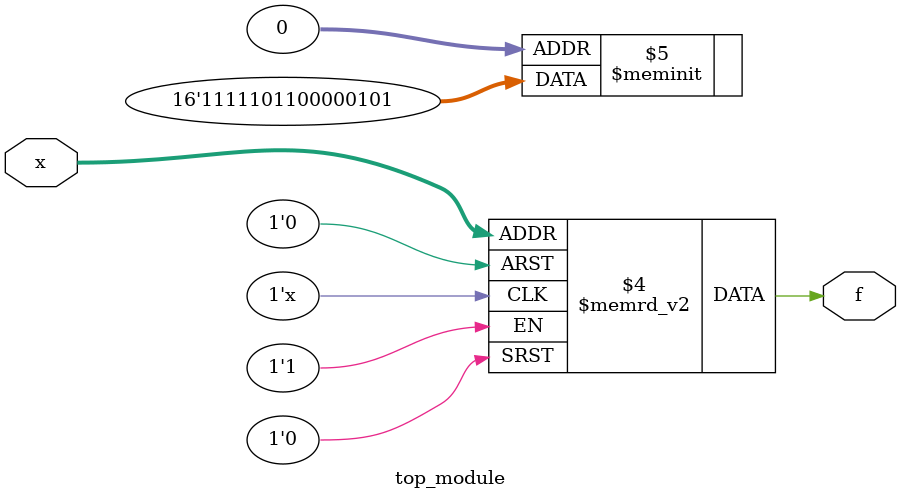
<source format=sv>
module top_module (
    input [4:1] x,
    output logic f
);

always @(*) begin
    case (x)
        4'b0000: f = 1'b1;
        4'b0001: f = 1'b0;
        4'b0011: f = 1'b0;
        4'b0010: f = 1'b1;
        4'b0100: f = 1'b0;
        4'b0101: f = 1'b0;
        4'b0111: f = 1'b0;
        4'b0110: f = 1'b0;
        4'b1100: f = 1'b1;
        4'b1101: f = 1'b1;
        4'b1111: f = 1'b1;
        4'b1110: f = 1'b1;
        4'b1000: f = 1'b1;
        4'b1001: f = 1'b1;
        4'b1011: f = 1'b1;
        4'b1010: f = 1'b0;
        default: f = 1'b0;
    endcase
end

endmodule

</source>
